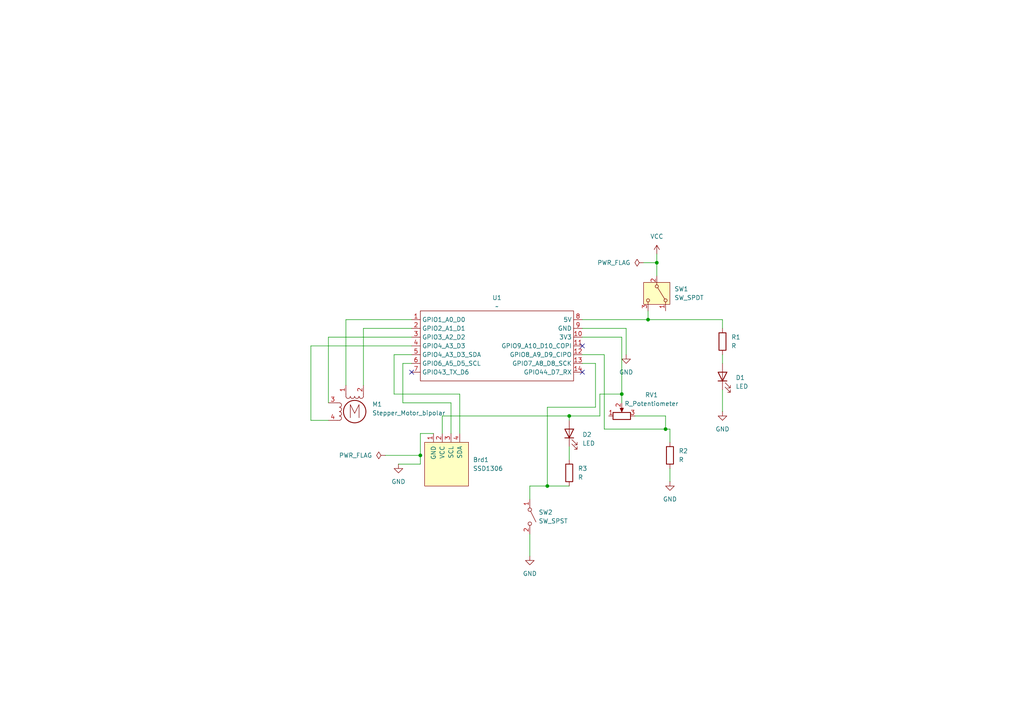
<source format=kicad_sch>
(kicad_sch
	(version 20231120)
	(generator "eeschema")
	(generator_version "8.0")
	(uuid "08093a0a-95d0-4461-8795-c697b32e58b1")
	(paper "A4")
	(title_block
		(title "Sunshine Celebrator_pcb")
		(date "2025-01-28")
		(rev "v1.0")
		(company "Haichao")
	)
	(lib_symbols
		(symbol "Device:LED"
			(pin_numbers hide)
			(pin_names
				(offset 1.016) hide)
			(exclude_from_sim no)
			(in_bom yes)
			(on_board yes)
			(property "Reference" "D"
				(at 0 2.54 0)
				(effects
					(font
						(size 1.27 1.27)
					)
				)
			)
			(property "Value" "LED"
				(at 0 -2.54 0)
				(effects
					(font
						(size 1.27 1.27)
					)
				)
			)
			(property "Footprint" ""
				(at 0 0 0)
				(effects
					(font
						(size 1.27 1.27)
					)
					(hide yes)
				)
			)
			(property "Datasheet" "~"
				(at 0 0 0)
				(effects
					(font
						(size 1.27 1.27)
					)
					(hide yes)
				)
			)
			(property "Description" "Light emitting diode"
				(at 0 0 0)
				(effects
					(font
						(size 1.27 1.27)
					)
					(hide yes)
				)
			)
			(property "ki_keywords" "LED diode"
				(at 0 0 0)
				(effects
					(font
						(size 1.27 1.27)
					)
					(hide yes)
				)
			)
			(property "ki_fp_filters" "LED* LED_SMD:* LED_THT:*"
				(at 0 0 0)
				(effects
					(font
						(size 1.27 1.27)
					)
					(hide yes)
				)
			)
			(symbol "LED_0_1"
				(polyline
					(pts
						(xy -1.27 -1.27) (xy -1.27 1.27)
					)
					(stroke
						(width 0.254)
						(type default)
					)
					(fill
						(type none)
					)
				)
				(polyline
					(pts
						(xy -1.27 0) (xy 1.27 0)
					)
					(stroke
						(width 0)
						(type default)
					)
					(fill
						(type none)
					)
				)
				(polyline
					(pts
						(xy 1.27 -1.27) (xy 1.27 1.27) (xy -1.27 0) (xy 1.27 -1.27)
					)
					(stroke
						(width 0.254)
						(type default)
					)
					(fill
						(type none)
					)
				)
				(polyline
					(pts
						(xy -3.048 -0.762) (xy -4.572 -2.286) (xy -3.81 -2.286) (xy -4.572 -2.286) (xy -4.572 -1.524)
					)
					(stroke
						(width 0)
						(type default)
					)
					(fill
						(type none)
					)
				)
				(polyline
					(pts
						(xy -1.778 -0.762) (xy -3.302 -2.286) (xy -2.54 -2.286) (xy -3.302 -2.286) (xy -3.302 -1.524)
					)
					(stroke
						(width 0)
						(type default)
					)
					(fill
						(type none)
					)
				)
			)
			(symbol "LED_1_1"
				(pin passive line
					(at -3.81 0 0)
					(length 2.54)
					(name "K"
						(effects
							(font
								(size 1.27 1.27)
							)
						)
					)
					(number "1"
						(effects
							(font
								(size 1.27 1.27)
							)
						)
					)
				)
				(pin passive line
					(at 3.81 0 180)
					(length 2.54)
					(name "A"
						(effects
							(font
								(size 1.27 1.27)
							)
						)
					)
					(number "2"
						(effects
							(font
								(size 1.27 1.27)
							)
						)
					)
				)
			)
		)
		(symbol "Device:R"
			(pin_numbers hide)
			(pin_names
				(offset 0)
			)
			(exclude_from_sim no)
			(in_bom yes)
			(on_board yes)
			(property "Reference" "R"
				(at 2.032 0 90)
				(effects
					(font
						(size 1.27 1.27)
					)
				)
			)
			(property "Value" "R"
				(at 0 0 90)
				(effects
					(font
						(size 1.27 1.27)
					)
				)
			)
			(property "Footprint" ""
				(at -1.778 0 90)
				(effects
					(font
						(size 1.27 1.27)
					)
					(hide yes)
				)
			)
			(property "Datasheet" "~"
				(at 0 0 0)
				(effects
					(font
						(size 1.27 1.27)
					)
					(hide yes)
				)
			)
			(property "Description" "Resistor"
				(at 0 0 0)
				(effects
					(font
						(size 1.27 1.27)
					)
					(hide yes)
				)
			)
			(property "ki_keywords" "R res resistor"
				(at 0 0 0)
				(effects
					(font
						(size 1.27 1.27)
					)
					(hide yes)
				)
			)
			(property "ki_fp_filters" "R_*"
				(at 0 0 0)
				(effects
					(font
						(size 1.27 1.27)
					)
					(hide yes)
				)
			)
			(symbol "R_0_1"
				(rectangle
					(start -1.016 -2.54)
					(end 1.016 2.54)
					(stroke
						(width 0.254)
						(type default)
					)
					(fill
						(type none)
					)
				)
			)
			(symbol "R_1_1"
				(pin passive line
					(at 0 3.81 270)
					(length 1.27)
					(name "~"
						(effects
							(font
								(size 1.27 1.27)
							)
						)
					)
					(number "1"
						(effects
							(font
								(size 1.27 1.27)
							)
						)
					)
				)
				(pin passive line
					(at 0 -3.81 90)
					(length 1.27)
					(name "~"
						(effects
							(font
								(size 1.27 1.27)
							)
						)
					)
					(number "2"
						(effects
							(font
								(size 1.27 1.27)
							)
						)
					)
				)
			)
		)
		(symbol "Device:R_Potentiometer"
			(pin_names
				(offset 1.016) hide)
			(exclude_from_sim no)
			(in_bom yes)
			(on_board yes)
			(property "Reference" "RV"
				(at -4.445 0 90)
				(effects
					(font
						(size 1.27 1.27)
					)
				)
			)
			(property "Value" "R_Potentiometer"
				(at -2.54 0 90)
				(effects
					(font
						(size 1.27 1.27)
					)
				)
			)
			(property "Footprint" ""
				(at 0 0 0)
				(effects
					(font
						(size 1.27 1.27)
					)
					(hide yes)
				)
			)
			(property "Datasheet" "~"
				(at 0 0 0)
				(effects
					(font
						(size 1.27 1.27)
					)
					(hide yes)
				)
			)
			(property "Description" "Potentiometer"
				(at 0 0 0)
				(effects
					(font
						(size 1.27 1.27)
					)
					(hide yes)
				)
			)
			(property "ki_keywords" "resistor variable"
				(at 0 0 0)
				(effects
					(font
						(size 1.27 1.27)
					)
					(hide yes)
				)
			)
			(property "ki_fp_filters" "Potentiometer*"
				(at 0 0 0)
				(effects
					(font
						(size 1.27 1.27)
					)
					(hide yes)
				)
			)
			(symbol "R_Potentiometer_0_1"
				(polyline
					(pts
						(xy 2.54 0) (xy 1.524 0)
					)
					(stroke
						(width 0)
						(type default)
					)
					(fill
						(type none)
					)
				)
				(polyline
					(pts
						(xy 1.143 0) (xy 2.286 0.508) (xy 2.286 -0.508) (xy 1.143 0)
					)
					(stroke
						(width 0)
						(type default)
					)
					(fill
						(type outline)
					)
				)
				(rectangle
					(start 1.016 2.54)
					(end -1.016 -2.54)
					(stroke
						(width 0.254)
						(type default)
					)
					(fill
						(type none)
					)
				)
			)
			(symbol "R_Potentiometer_1_1"
				(pin passive line
					(at 0 3.81 270)
					(length 1.27)
					(name "1"
						(effects
							(font
								(size 1.27 1.27)
							)
						)
					)
					(number "1"
						(effects
							(font
								(size 1.27 1.27)
							)
						)
					)
				)
				(pin passive line
					(at 3.81 0 180)
					(length 1.27)
					(name "2"
						(effects
							(font
								(size 1.27 1.27)
							)
						)
					)
					(number "2"
						(effects
							(font
								(size 1.27 1.27)
							)
						)
					)
				)
				(pin passive line
					(at 0 -3.81 90)
					(length 1.27)
					(name "3"
						(effects
							(font
								(size 1.27 1.27)
							)
						)
					)
					(number "3"
						(effects
							(font
								(size 1.27 1.27)
							)
						)
					)
				)
			)
		)
		(symbol "Motor:Stepper_Motor_bipolar"
			(pin_names
				(offset 0) hide)
			(exclude_from_sim no)
			(in_bom yes)
			(on_board yes)
			(property "Reference" "M"
				(at 3.81 2.54 0)
				(effects
					(font
						(size 1.27 1.27)
					)
					(justify left)
				)
			)
			(property "Value" "Stepper_Motor_bipolar"
				(at 3.81 1.27 0)
				(effects
					(font
						(size 1.27 1.27)
					)
					(justify left top)
				)
			)
			(property "Footprint" ""
				(at 0.254 -0.254 0)
				(effects
					(font
						(size 1.27 1.27)
					)
					(hide yes)
				)
			)
			(property "Datasheet" "http://www.infineon.com/dgdl/Application-Note-TLE8110EE_driving_UniPolarStepperMotor_V1.1.pdf?fileId=db3a30431be39b97011be5d0aa0a00b0"
				(at 0.254 -0.254 0)
				(effects
					(font
						(size 1.27 1.27)
					)
					(hide yes)
				)
			)
			(property "Description" "4-wire bipolar stepper motor"
				(at 0 0 0)
				(effects
					(font
						(size 1.27 1.27)
					)
					(hide yes)
				)
			)
			(property "ki_keywords" "bipolar stepper motor"
				(at 0 0 0)
				(effects
					(font
						(size 1.27 1.27)
					)
					(hide yes)
				)
			)
			(property "ki_fp_filters" "PinHeader*P2.54mm*Vertical* TerminalBlock* Motor*"
				(at 0 0 0)
				(effects
					(font
						(size 1.27 1.27)
					)
					(hide yes)
				)
			)
			(symbol "Stepper_Motor_bipolar_0_0"
				(polyline
					(pts
						(xy -1.27 -1.778) (xy -1.27 2.032) (xy 0 -0.508) (xy 1.27 2.032) (xy 1.27 -1.778)
					)
					(stroke
						(width 0)
						(type default)
					)
					(fill
						(type none)
					)
				)
			)
			(symbol "Stepper_Motor_bipolar_0_1"
				(arc
					(start -4.445 -2.54)
					(mid -3.8127 -1.905)
					(end -4.445 -1.27)
					(stroke
						(width 0)
						(type default)
					)
					(fill
						(type none)
					)
				)
				(arc
					(start -4.445 -1.27)
					(mid -3.8127 -0.635)
					(end -4.445 0)
					(stroke
						(width 0)
						(type default)
					)
					(fill
						(type none)
					)
				)
				(arc
					(start -4.445 0)
					(mid -3.8127 0.635)
					(end -4.445 1.27)
					(stroke
						(width 0)
						(type default)
					)
					(fill
						(type none)
					)
				)
				(arc
					(start -4.445 1.27)
					(mid -3.8127 1.905)
					(end -4.445 2.54)
					(stroke
						(width 0)
						(type default)
					)
					(fill
						(type none)
					)
				)
				(arc
					(start -2.54 4.445)
					(mid -1.905 3.8127)
					(end -1.27 4.445)
					(stroke
						(width 0)
						(type default)
					)
					(fill
						(type none)
					)
				)
				(arc
					(start -1.27 4.445)
					(mid -0.635 3.8127)
					(end 0 4.445)
					(stroke
						(width 0)
						(type default)
					)
					(fill
						(type none)
					)
				)
				(polyline
					(pts
						(xy -5.08 -2.54) (xy -4.445 -2.54)
					)
					(stroke
						(width 0)
						(type default)
					)
					(fill
						(type none)
					)
				)
				(polyline
					(pts
						(xy -5.08 2.54) (xy -4.445 2.54)
					)
					(stroke
						(width 0)
						(type default)
					)
					(fill
						(type none)
					)
				)
				(polyline
					(pts
						(xy -2.54 5.08) (xy -2.54 4.445)
					)
					(stroke
						(width 0)
						(type default)
					)
					(fill
						(type none)
					)
				)
				(polyline
					(pts
						(xy 2.54 5.08) (xy 2.54 4.445)
					)
					(stroke
						(width 0)
						(type default)
					)
					(fill
						(type none)
					)
				)
				(circle
					(center 0 0)
					(radius 3.2512)
					(stroke
						(width 0.254)
						(type default)
					)
					(fill
						(type none)
					)
				)
				(arc
					(start 0 4.445)
					(mid 0.635 3.8127)
					(end 1.27 4.445)
					(stroke
						(width 0)
						(type default)
					)
					(fill
						(type none)
					)
				)
				(arc
					(start 1.27 4.445)
					(mid 1.905 3.8127)
					(end 2.54 4.445)
					(stroke
						(width 0)
						(type default)
					)
					(fill
						(type none)
					)
				)
			)
			(symbol "Stepper_Motor_bipolar_1_1"
				(pin passive line
					(at -2.54 7.62 270)
					(length 2.54)
					(name "~"
						(effects
							(font
								(size 1.27 1.27)
							)
						)
					)
					(number "1"
						(effects
							(font
								(size 1.27 1.27)
							)
						)
					)
				)
				(pin passive line
					(at 2.54 7.62 270)
					(length 2.54)
					(name "-"
						(effects
							(font
								(size 1.27 1.27)
							)
						)
					)
					(number "2"
						(effects
							(font
								(size 1.27 1.27)
							)
						)
					)
				)
				(pin passive line
					(at -7.62 2.54 0)
					(length 2.54)
					(name "~"
						(effects
							(font
								(size 1.27 1.27)
							)
						)
					)
					(number "3"
						(effects
							(font
								(size 1.27 1.27)
							)
						)
					)
				)
				(pin passive line
					(at -7.62 -2.54 0)
					(length 2.54)
					(name "~"
						(effects
							(font
								(size 1.27 1.27)
							)
						)
					)
					(number "4"
						(effects
							(font
								(size 1.27 1.27)
							)
						)
					)
				)
			)
		)
		(symbol "SSD1306-128x64_OLED:SSD1306"
			(pin_names
				(offset 1.016)
			)
			(exclude_from_sim no)
			(in_bom yes)
			(on_board yes)
			(property "Reference" "Brd"
				(at 0 -3.81 0)
				(effects
					(font
						(size 1.27 1.27)
					)
				)
			)
			(property "Value" "SSD1306"
				(at 0 -1.27 0)
				(effects
					(font
						(size 1.27 1.27)
					)
				)
			)
			(property "Footprint" ""
				(at 0 6.35 0)
				(effects
					(font
						(size 1.27 1.27)
					)
					(hide yes)
				)
			)
			(property "Datasheet" ""
				(at 0 6.35 0)
				(effects
					(font
						(size 1.27 1.27)
					)
					(hide yes)
				)
			)
			(property "Description" ""
				(at 0 0 0)
				(effects
					(font
						(size 1.27 1.27)
					)
					(hide yes)
				)
			)
			(property "ki_fp_filters" "SSD1306-128x64_OLED:SSD1306"
				(at 0 0 0)
				(effects
					(font
						(size 1.27 1.27)
					)
					(hide yes)
				)
			)
			(symbol "SSD1306_0_1"
				(rectangle
					(start -6.35 6.35)
					(end 6.35 -6.35)
					(stroke
						(width 0)
						(type solid)
					)
					(fill
						(type background)
					)
				)
			)
			(symbol "SSD1306_1_1"
				(pin input line
					(at -3.81 8.89 270)
					(length 2.54)
					(name "GND"
						(effects
							(font
								(size 1.27 1.27)
							)
						)
					)
					(number "1"
						(effects
							(font
								(size 1.27 1.27)
							)
						)
					)
				)
				(pin input line
					(at -1.27 8.89 270)
					(length 2.54)
					(name "VCC"
						(effects
							(font
								(size 1.27 1.27)
							)
						)
					)
					(number "2"
						(effects
							(font
								(size 1.27 1.27)
							)
						)
					)
				)
				(pin input line
					(at 1.27 8.89 270)
					(length 2.54)
					(name "SCL"
						(effects
							(font
								(size 1.27 1.27)
							)
						)
					)
					(number "3"
						(effects
							(font
								(size 1.27 1.27)
							)
						)
					)
				)
				(pin input line
					(at 3.81 8.89 270)
					(length 2.54)
					(name "SDA"
						(effects
							(font
								(size 1.27 1.27)
							)
						)
					)
					(number "4"
						(effects
							(font
								(size 1.27 1.27)
							)
						)
					)
				)
			)
		)
		(symbol "Switch:SW_SPDT"
			(pin_names
				(offset 0) hide)
			(exclude_from_sim no)
			(in_bom yes)
			(on_board yes)
			(property "Reference" "SW"
				(at 0 5.08 0)
				(effects
					(font
						(size 1.27 1.27)
					)
				)
			)
			(property "Value" "SW_SPDT"
				(at 0 -5.08 0)
				(effects
					(font
						(size 1.27 1.27)
					)
				)
			)
			(property "Footprint" ""
				(at 0 0 0)
				(effects
					(font
						(size 1.27 1.27)
					)
					(hide yes)
				)
			)
			(property "Datasheet" "~"
				(at 0 -7.62 0)
				(effects
					(font
						(size 1.27 1.27)
					)
					(hide yes)
				)
			)
			(property "Description" "Switch, single pole double throw"
				(at 0 0 0)
				(effects
					(font
						(size 1.27 1.27)
					)
					(hide yes)
				)
			)
			(property "ki_keywords" "switch single-pole double-throw spdt ON-ON"
				(at 0 0 0)
				(effects
					(font
						(size 1.27 1.27)
					)
					(hide yes)
				)
			)
			(symbol "SW_SPDT_0_1"
				(circle
					(center -2.032 0)
					(radius 0.4572)
					(stroke
						(width 0)
						(type default)
					)
					(fill
						(type none)
					)
				)
				(polyline
					(pts
						(xy -1.651 0.254) (xy 1.651 2.286)
					)
					(stroke
						(width 0)
						(type default)
					)
					(fill
						(type none)
					)
				)
				(circle
					(center 2.032 -2.54)
					(radius 0.4572)
					(stroke
						(width 0)
						(type default)
					)
					(fill
						(type none)
					)
				)
				(circle
					(center 2.032 2.54)
					(radius 0.4572)
					(stroke
						(width 0)
						(type default)
					)
					(fill
						(type none)
					)
				)
			)
			(symbol "SW_SPDT_1_1"
				(rectangle
					(start -3.175 3.81)
					(end 3.175 -3.81)
					(stroke
						(width 0)
						(type default)
					)
					(fill
						(type background)
					)
				)
				(pin passive line
					(at 5.08 2.54 180)
					(length 2.54)
					(name "A"
						(effects
							(font
								(size 1.27 1.27)
							)
						)
					)
					(number "1"
						(effects
							(font
								(size 1.27 1.27)
							)
						)
					)
				)
				(pin passive line
					(at -5.08 0 0)
					(length 2.54)
					(name "B"
						(effects
							(font
								(size 1.27 1.27)
							)
						)
					)
					(number "2"
						(effects
							(font
								(size 1.27 1.27)
							)
						)
					)
				)
				(pin passive line
					(at 5.08 -2.54 180)
					(length 2.54)
					(name "C"
						(effects
							(font
								(size 1.27 1.27)
							)
						)
					)
					(number "3"
						(effects
							(font
								(size 1.27 1.27)
							)
						)
					)
				)
			)
		)
		(symbol "Switch:SW_SPST"
			(pin_names
				(offset 0) hide)
			(exclude_from_sim no)
			(in_bom yes)
			(on_board yes)
			(property "Reference" "SW"
				(at 0 3.175 0)
				(effects
					(font
						(size 1.27 1.27)
					)
				)
			)
			(property "Value" "SW_SPST"
				(at 0 -2.54 0)
				(effects
					(font
						(size 1.27 1.27)
					)
				)
			)
			(property "Footprint" ""
				(at 0 0 0)
				(effects
					(font
						(size 1.27 1.27)
					)
					(hide yes)
				)
			)
			(property "Datasheet" "~"
				(at 0 0 0)
				(effects
					(font
						(size 1.27 1.27)
					)
					(hide yes)
				)
			)
			(property "Description" "Single Pole Single Throw (SPST) switch"
				(at 0 0 0)
				(effects
					(font
						(size 1.27 1.27)
					)
					(hide yes)
				)
			)
			(property "ki_keywords" "switch lever"
				(at 0 0 0)
				(effects
					(font
						(size 1.27 1.27)
					)
					(hide yes)
				)
			)
			(symbol "SW_SPST_0_0"
				(circle
					(center -2.032 0)
					(radius 0.508)
					(stroke
						(width 0)
						(type default)
					)
					(fill
						(type none)
					)
				)
				(polyline
					(pts
						(xy -1.524 0.254) (xy 1.524 1.778)
					)
					(stroke
						(width 0)
						(type default)
					)
					(fill
						(type none)
					)
				)
				(circle
					(center 2.032 0)
					(radius 0.508)
					(stroke
						(width 0)
						(type default)
					)
					(fill
						(type none)
					)
				)
			)
			(symbol "SW_SPST_1_1"
				(pin passive line
					(at -5.08 0 0)
					(length 2.54)
					(name "A"
						(effects
							(font
								(size 1.27 1.27)
							)
						)
					)
					(number "1"
						(effects
							(font
								(size 1.27 1.27)
							)
						)
					)
				)
				(pin passive line
					(at 5.08 0 180)
					(length 2.54)
					(name "B"
						(effects
							(font
								(size 1.27 1.27)
							)
						)
					)
					(number "2"
						(effects
							(font
								(size 1.27 1.27)
							)
						)
					)
				)
			)
		)
		(symbol "Xiao_demo:XIAO_ESP32_SENSE"
			(exclude_from_sim no)
			(in_bom yes)
			(on_board yes)
			(property "Reference" "U"
				(at 0 0 0)
				(effects
					(font
						(size 1.27 1.27)
					)
				)
			)
			(property "Value" ""
				(at 0 0 0)
				(effects
					(font
						(size 1.27 1.27)
					)
				)
			)
			(property "Footprint" ""
				(at 0 0 0)
				(effects
					(font
						(size 1.27 1.27)
					)
					(hide yes)
				)
			)
			(property "Datasheet" ""
				(at 0 0 0)
				(effects
					(font
						(size 1.27 1.27)
					)
					(hide yes)
				)
			)
			(property "Description" ""
				(at 0 0 0)
				(effects
					(font
						(size 1.27 1.27)
					)
					(hide yes)
				)
			)
			(symbol "XIAO_ESP32_SENSE_0_1"
				(polyline
					(pts
						(xy -20.32 8.89) (xy -20.32 -11.43) (xy 24.13 -11.43) (xy 24.13 8.89) (xy -20.32 8.89)
					)
					(stroke
						(width 0)
						(type default)
					)
					(fill
						(type none)
					)
				)
			)
			(symbol "XIAO_ESP32_SENSE_1_1"
				(pin bidirectional line
					(at -22.86 6.35 0)
					(length 2.54)
					(name "GPIO1_A0_D0"
						(effects
							(font
								(size 1.27 1.27)
							)
						)
					)
					(number "1"
						(effects
							(font
								(size 1.27 1.27)
							)
						)
					)
				)
				(pin bidirectional line
					(at 26.67 1.27 180)
					(length 2.54)
					(name "3V3"
						(effects
							(font
								(size 1.27 1.27)
							)
						)
					)
					(number "10"
						(effects
							(font
								(size 1.27 1.27)
							)
						)
					)
				)
				(pin bidirectional line
					(at 26.67 -1.27 180)
					(length 2.54)
					(name "GPIO9_A10_D10_COPI"
						(effects
							(font
								(size 1.27 1.27)
							)
						)
					)
					(number "11"
						(effects
							(font
								(size 1.27 1.27)
							)
						)
					)
				)
				(pin bidirectional line
					(at 26.67 -3.81 180)
					(length 2.54)
					(name "GPIO8_A9_D9_CIPO"
						(effects
							(font
								(size 1.27 1.27)
							)
						)
					)
					(number "12"
						(effects
							(font
								(size 1.27 1.27)
							)
						)
					)
				)
				(pin bidirectional line
					(at 26.67 -6.35 180)
					(length 2.54)
					(name "GPIO7_A8_D8_SCK"
						(effects
							(font
								(size 1.27 1.27)
							)
						)
					)
					(number "13"
						(effects
							(font
								(size 1.27 1.27)
							)
						)
					)
				)
				(pin bidirectional line
					(at 26.67 -8.89 180)
					(length 2.54)
					(name "GPIO44_D7_RX"
						(effects
							(font
								(size 1.27 1.27)
							)
						)
					)
					(number "14"
						(effects
							(font
								(size 1.27 1.27)
							)
						)
					)
				)
				(pin bidirectional line
					(at -22.86 3.81 0)
					(length 2.54)
					(name "GPIO2_A1_D1"
						(effects
							(font
								(size 1.27 1.27)
							)
						)
					)
					(number "2"
						(effects
							(font
								(size 1.27 1.27)
							)
						)
					)
				)
				(pin bidirectional line
					(at -22.86 1.27 0)
					(length 2.54)
					(name "GPIO3_A2_D2"
						(effects
							(font
								(size 1.27 1.27)
							)
						)
					)
					(number "3"
						(effects
							(font
								(size 1.27 1.27)
							)
						)
					)
				)
				(pin bidirectional line
					(at -22.86 -1.27 0)
					(length 2.54)
					(name "GPIO4_A3_D3"
						(effects
							(font
								(size 1.27 1.27)
							)
						)
					)
					(number "4"
						(effects
							(font
								(size 1.27 1.27)
							)
						)
					)
				)
				(pin bidirectional line
					(at -22.86 -3.81 0)
					(length 2.54)
					(name "GPIO4_A3_D3_SDA"
						(effects
							(font
								(size 1.27 1.27)
							)
						)
					)
					(number "5"
						(effects
							(font
								(size 1.27 1.27)
							)
						)
					)
				)
				(pin bidirectional line
					(at -22.86 -6.35 0)
					(length 2.54)
					(name "GPIO6_A5_D5_SCL"
						(effects
							(font
								(size 1.27 1.27)
							)
						)
					)
					(number "6"
						(effects
							(font
								(size 1.27 1.27)
							)
						)
					)
				)
				(pin bidirectional line
					(at -22.86 -8.89 0)
					(length 2.54)
					(name "GPIO43_TX_D6"
						(effects
							(font
								(size 1.27 1.27)
							)
						)
					)
					(number "7"
						(effects
							(font
								(size 1.27 1.27)
							)
						)
					)
				)
				(pin bidirectional line
					(at 26.67 6.35 180)
					(length 2.54)
					(name "5V"
						(effects
							(font
								(size 1.27 1.27)
							)
						)
					)
					(number "8"
						(effects
							(font
								(size 1.27 1.27)
							)
						)
					)
				)
				(pin bidirectional line
					(at 26.67 3.81 180)
					(length 2.54)
					(name "GND"
						(effects
							(font
								(size 1.27 1.27)
							)
						)
					)
					(number "9"
						(effects
							(font
								(size 1.27 1.27)
							)
						)
					)
				)
			)
		)
		(symbol "power:GND"
			(power)
			(pin_numbers hide)
			(pin_names
				(offset 0) hide)
			(exclude_from_sim no)
			(in_bom yes)
			(on_board yes)
			(property "Reference" "#PWR"
				(at 0 -6.35 0)
				(effects
					(font
						(size 1.27 1.27)
					)
					(hide yes)
				)
			)
			(property "Value" "GND"
				(at 0 -3.81 0)
				(effects
					(font
						(size 1.27 1.27)
					)
				)
			)
			(property "Footprint" ""
				(at 0 0 0)
				(effects
					(font
						(size 1.27 1.27)
					)
					(hide yes)
				)
			)
			(property "Datasheet" ""
				(at 0 0 0)
				(effects
					(font
						(size 1.27 1.27)
					)
					(hide yes)
				)
			)
			(property "Description" "Power symbol creates a global label with name \"GND\" , ground"
				(at 0 0 0)
				(effects
					(font
						(size 1.27 1.27)
					)
					(hide yes)
				)
			)
			(property "ki_keywords" "global power"
				(at 0 0 0)
				(effects
					(font
						(size 1.27 1.27)
					)
					(hide yes)
				)
			)
			(symbol "GND_0_1"
				(polyline
					(pts
						(xy 0 0) (xy 0 -1.27) (xy 1.27 -1.27) (xy 0 -2.54) (xy -1.27 -1.27) (xy 0 -1.27)
					)
					(stroke
						(width 0)
						(type default)
					)
					(fill
						(type none)
					)
				)
			)
			(symbol "GND_1_1"
				(pin power_in line
					(at 0 0 270)
					(length 0)
					(name "~"
						(effects
							(font
								(size 1.27 1.27)
							)
						)
					)
					(number "1"
						(effects
							(font
								(size 1.27 1.27)
							)
						)
					)
				)
			)
		)
		(symbol "power:PWR_FLAG"
			(power)
			(pin_numbers hide)
			(pin_names
				(offset 0) hide)
			(exclude_from_sim no)
			(in_bom yes)
			(on_board yes)
			(property "Reference" "#FLG"
				(at 0 1.905 0)
				(effects
					(font
						(size 1.27 1.27)
					)
					(hide yes)
				)
			)
			(property "Value" "PWR_FLAG"
				(at 0 3.81 0)
				(effects
					(font
						(size 1.27 1.27)
					)
				)
			)
			(property "Footprint" ""
				(at 0 0 0)
				(effects
					(font
						(size 1.27 1.27)
					)
					(hide yes)
				)
			)
			(property "Datasheet" "~"
				(at 0 0 0)
				(effects
					(font
						(size 1.27 1.27)
					)
					(hide yes)
				)
			)
			(property "Description" "Special symbol for telling ERC where power comes from"
				(at 0 0 0)
				(effects
					(font
						(size 1.27 1.27)
					)
					(hide yes)
				)
			)
			(property "ki_keywords" "flag power"
				(at 0 0 0)
				(effects
					(font
						(size 1.27 1.27)
					)
					(hide yes)
				)
			)
			(symbol "PWR_FLAG_0_0"
				(pin power_out line
					(at 0 0 90)
					(length 0)
					(name "~"
						(effects
							(font
								(size 1.27 1.27)
							)
						)
					)
					(number "1"
						(effects
							(font
								(size 1.27 1.27)
							)
						)
					)
				)
			)
			(symbol "PWR_FLAG_0_1"
				(polyline
					(pts
						(xy 0 0) (xy 0 1.27) (xy -1.016 1.905) (xy 0 2.54) (xy 1.016 1.905) (xy 0 1.27)
					)
					(stroke
						(width 0)
						(type default)
					)
					(fill
						(type none)
					)
				)
			)
		)
		(symbol "power:VCC"
			(power)
			(pin_numbers hide)
			(pin_names
				(offset 0) hide)
			(exclude_from_sim no)
			(in_bom yes)
			(on_board yes)
			(property "Reference" "#PWR"
				(at 0 -3.81 0)
				(effects
					(font
						(size 1.27 1.27)
					)
					(hide yes)
				)
			)
			(property "Value" "VCC"
				(at 0 3.556 0)
				(effects
					(font
						(size 1.27 1.27)
					)
				)
			)
			(property "Footprint" ""
				(at 0 0 0)
				(effects
					(font
						(size 1.27 1.27)
					)
					(hide yes)
				)
			)
			(property "Datasheet" ""
				(at 0 0 0)
				(effects
					(font
						(size 1.27 1.27)
					)
					(hide yes)
				)
			)
			(property "Description" "Power symbol creates a global label with name \"VCC\""
				(at 0 0 0)
				(effects
					(font
						(size 1.27 1.27)
					)
					(hide yes)
				)
			)
			(property "ki_keywords" "global power"
				(at 0 0 0)
				(effects
					(font
						(size 1.27 1.27)
					)
					(hide yes)
				)
			)
			(symbol "VCC_0_1"
				(polyline
					(pts
						(xy -0.762 1.27) (xy 0 2.54)
					)
					(stroke
						(width 0)
						(type default)
					)
					(fill
						(type none)
					)
				)
				(polyline
					(pts
						(xy 0 0) (xy 0 2.54)
					)
					(stroke
						(width 0)
						(type default)
					)
					(fill
						(type none)
					)
				)
				(polyline
					(pts
						(xy 0 2.54) (xy 0.762 1.27)
					)
					(stroke
						(width 0)
						(type default)
					)
					(fill
						(type none)
					)
				)
			)
			(symbol "VCC_1_1"
				(pin power_in line
					(at 0 0 90)
					(length 0)
					(name "~"
						(effects
							(font
								(size 1.27 1.27)
							)
						)
					)
					(number "1"
						(effects
							(font
								(size 1.27 1.27)
							)
						)
					)
				)
			)
		)
	)
	(junction
		(at 165.1 120.65)
		(diameter 0)
		(color 0 0 0 0)
		(uuid "27675354-209d-4588-bbd5-6581ba428054")
	)
	(junction
		(at 180.34 114.3)
		(diameter 0)
		(color 0 0 0 0)
		(uuid "7601225d-1462-4ba3-a664-7c939ba0d48f")
	)
	(junction
		(at 158.75 140.97)
		(diameter 0)
		(color 0 0 0 0)
		(uuid "794e147f-75e4-48a1-acf7-cad7b39e5347")
	)
	(junction
		(at 193.04 124.46)
		(diameter 0)
		(color 0 0 0 0)
		(uuid "7a226612-e21b-487a-b2ce-196ed4aba0ac")
	)
	(junction
		(at 190.5 76.2)
		(diameter 0)
		(color 0 0 0 0)
		(uuid "a36d8381-6e6c-494a-98cf-b47abcf2533c")
	)
	(junction
		(at 121.92 132.08)
		(diameter 0)
		(color 0 0 0 0)
		(uuid "bfd48bf3-506c-48da-a16c-a08c4881338d")
	)
	(junction
		(at 187.96 92.71)
		(diameter 0)
		(color 0 0 0 0)
		(uuid "d4209f1f-9d40-4d40-9433-c0af9a305f2e")
	)
	(no_connect
		(at 168.91 100.33)
		(uuid "256bc50a-1bf6-4778-8c37-eaf11b1b5bea")
	)
	(no_connect
		(at 168.91 107.95)
		(uuid "30aab382-532d-443c-a65c-d55f8cdd1e0a")
	)
	(no_connect
		(at 119.38 107.95)
		(uuid "5f1d11b6-d2ea-4a4f-947a-d1a6f4f22419")
	)
	(wire
		(pts
			(xy 119.38 105.41) (xy 116.84 105.41)
		)
		(stroke
			(width 0)
			(type default)
		)
		(uuid "053f481a-e602-430a-a105-f3d642347cee")
	)
	(wire
		(pts
			(xy 121.92 132.08) (xy 121.92 134.62)
		)
		(stroke
			(width 0)
			(type default)
		)
		(uuid "0ab81c39-a2aa-4c4f-af6e-f0454c53b9f8")
	)
	(wire
		(pts
			(xy 119.38 95.25) (xy 105.41 95.25)
		)
		(stroke
			(width 0)
			(type default)
		)
		(uuid "0f289096-e82f-413c-9b86-a8c0f2c33bae")
	)
	(wire
		(pts
			(xy 180.34 97.79) (xy 180.34 114.3)
		)
		(stroke
			(width 0)
			(type default)
		)
		(uuid "0fbfec7b-cb78-4531-a00c-07b56d4357f8")
	)
	(wire
		(pts
			(xy 172.72 105.41) (xy 172.72 118.11)
		)
		(stroke
			(width 0)
			(type default)
		)
		(uuid "14942807-8e62-4739-b1c9-33e1118bba01")
	)
	(wire
		(pts
			(xy 165.1 129.54) (xy 165.1 133.35)
		)
		(stroke
			(width 0)
			(type default)
		)
		(uuid "17a8f1e1-0f1a-4216-b143-a2fdcb954a57")
	)
	(wire
		(pts
			(xy 187.96 92.71) (xy 209.55 92.71)
		)
		(stroke
			(width 0)
			(type default)
		)
		(uuid "18e094cd-e3ec-4c91-a7d8-afcc3bcd7981")
	)
	(wire
		(pts
			(xy 172.72 118.11) (xy 158.75 118.11)
		)
		(stroke
			(width 0)
			(type default)
		)
		(uuid "1f7d5dca-19ef-4243-8c1a-0a1647cae509")
	)
	(wire
		(pts
			(xy 209.55 113.03) (xy 209.55 119.38)
		)
		(stroke
			(width 0)
			(type default)
		)
		(uuid "215e6795-db13-4b3e-91bd-dcf1f2d00dbb")
	)
	(wire
		(pts
			(xy 209.55 95.25) (xy 209.55 92.71)
		)
		(stroke
			(width 0)
			(type default)
		)
		(uuid "2430933a-6bc1-44ec-8057-b82279ee06a9")
	)
	(wire
		(pts
			(xy 90.17 121.92) (xy 90.17 100.33)
		)
		(stroke
			(width 0)
			(type default)
		)
		(uuid "245f884b-565d-4a85-9d95-89cddd2a567b")
	)
	(wire
		(pts
			(xy 158.75 118.11) (xy 158.75 140.97)
		)
		(stroke
			(width 0)
			(type default)
		)
		(uuid "262190a6-ea63-4474-a56d-56331ecd5901")
	)
	(wire
		(pts
			(xy 116.84 116.84) (xy 130.81 116.84)
		)
		(stroke
			(width 0)
			(type default)
		)
		(uuid "28652473-9413-4605-99c8-837579cba1c4")
	)
	(wire
		(pts
			(xy 180.34 114.3) (xy 180.34 116.84)
		)
		(stroke
			(width 0)
			(type default)
		)
		(uuid "294f6f8f-18b7-4a6e-9728-64c69f5bffcf")
	)
	(wire
		(pts
			(xy 130.81 116.84) (xy 130.81 125.73)
		)
		(stroke
			(width 0)
			(type default)
		)
		(uuid "2c97c13f-d97b-413d-bb3e-c4536a830e09")
	)
	(wire
		(pts
			(xy 168.91 97.79) (xy 180.34 97.79)
		)
		(stroke
			(width 0)
			(type default)
		)
		(uuid "3068a9df-f468-4fb9-bdea-8c4ecb772563")
	)
	(wire
		(pts
			(xy 116.84 105.41) (xy 116.84 116.84)
		)
		(stroke
			(width 0)
			(type default)
		)
		(uuid "341ae60c-2999-4386-86ef-4f18ff52f59f")
	)
	(wire
		(pts
			(xy 119.38 97.79) (xy 95.25 97.79)
		)
		(stroke
			(width 0)
			(type default)
		)
		(uuid "34301b6b-7455-433e-a0de-96779945ac10")
	)
	(wire
		(pts
			(xy 133.35 114.3) (xy 133.35 125.73)
		)
		(stroke
			(width 0)
			(type default)
		)
		(uuid "3c67c759-2e76-4372-856a-93468009ace4")
	)
	(wire
		(pts
			(xy 209.55 102.87) (xy 209.55 105.41)
		)
		(stroke
			(width 0)
			(type default)
		)
		(uuid "3e0ddb7c-1776-4d75-91e4-0f940477786d")
	)
	(wire
		(pts
			(xy 175.26 124.46) (xy 193.04 124.46)
		)
		(stroke
			(width 0)
			(type default)
		)
		(uuid "44382c55-7510-4037-b9df-b733e3c8bbdd")
	)
	(wire
		(pts
			(xy 100.33 92.71) (xy 100.33 111.76)
		)
		(stroke
			(width 0)
			(type default)
		)
		(uuid "4597a4bf-e75f-4951-a955-aa31f90c757c")
	)
	(wire
		(pts
			(xy 193.04 124.46) (xy 194.31 124.46)
		)
		(stroke
			(width 0)
			(type default)
		)
		(uuid "465ac0ee-96f1-4d8a-a5b0-e2bc9750c7e4")
	)
	(wire
		(pts
			(xy 190.5 76.2) (xy 190.5 80.01)
		)
		(stroke
			(width 0)
			(type default)
		)
		(uuid "4ab8e4f5-d5ad-44e2-ab1a-1fcacf2b6630")
	)
	(wire
		(pts
			(xy 128.27 120.65) (xy 128.27 125.73)
		)
		(stroke
			(width 0)
			(type default)
		)
		(uuid "4bea49c6-648a-4f22-9db8-d3f02330fb4e")
	)
	(wire
		(pts
			(xy 168.91 95.25) (xy 181.61 95.25)
		)
		(stroke
			(width 0)
			(type default)
		)
		(uuid "4e08e4b1-3331-4c61-84cf-b014fb9ce14e")
	)
	(wire
		(pts
			(xy 194.31 124.46) (xy 194.31 128.27)
		)
		(stroke
			(width 0)
			(type default)
		)
		(uuid "5d53c18b-24be-4ae7-86ce-64670e739bfb")
	)
	(wire
		(pts
			(xy 190.5 73.66) (xy 190.5 76.2)
		)
		(stroke
			(width 0)
			(type default)
		)
		(uuid "63ad6f4d-c392-4b24-a310-c7b9b90a81e3")
	)
	(wire
		(pts
			(xy 119.38 92.71) (xy 100.33 92.71)
		)
		(stroke
			(width 0)
			(type default)
		)
		(uuid "681372a9-5bb6-4360-b946-c2ddb6f73405")
	)
	(wire
		(pts
			(xy 121.92 134.62) (xy 115.57 134.62)
		)
		(stroke
			(width 0)
			(type default)
		)
		(uuid "6a89537d-e35b-4ac8-94e6-c84a479890c3")
	)
	(wire
		(pts
			(xy 187.96 92.71) (xy 187.96 90.17)
		)
		(stroke
			(width 0)
			(type default)
		)
		(uuid "72a69d8f-e175-43aa-9694-a77dc4c430b3")
	)
	(wire
		(pts
			(xy 168.91 105.41) (xy 172.72 105.41)
		)
		(stroke
			(width 0)
			(type default)
		)
		(uuid "7463766d-ee88-454c-8b2b-2421071c859f")
	)
	(wire
		(pts
			(xy 194.31 135.89) (xy 194.31 139.7)
		)
		(stroke
			(width 0)
			(type default)
		)
		(uuid "782c4fae-ca57-4315-804e-3aca9904c773")
	)
	(wire
		(pts
			(xy 180.34 114.3) (xy 173.99 114.3)
		)
		(stroke
			(width 0)
			(type default)
		)
		(uuid "799a26e1-031c-4d0c-832b-1e228f76dd5f")
	)
	(wire
		(pts
			(xy 121.92 125.73) (xy 121.92 132.08)
		)
		(stroke
			(width 0)
			(type default)
		)
		(uuid "91a1a73c-6681-481b-ab24-64a27ca0e737")
	)
	(wire
		(pts
			(xy 105.41 95.25) (xy 105.41 111.76)
		)
		(stroke
			(width 0)
			(type default)
		)
		(uuid "9bfb89ae-a280-489d-b997-7c6958d31886")
	)
	(wire
		(pts
			(xy 168.91 102.87) (xy 175.26 102.87)
		)
		(stroke
			(width 0)
			(type default)
		)
		(uuid "9f74928f-ccdb-4d5b-8d75-74dde59134ce")
	)
	(wire
		(pts
			(xy 181.61 95.25) (xy 181.61 102.87)
		)
		(stroke
			(width 0)
			(type default)
		)
		(uuid "aaa9c2a8-9283-4beb-ae52-8a91021826c9")
	)
	(wire
		(pts
			(xy 153.67 154.94) (xy 153.67 161.29)
		)
		(stroke
			(width 0)
			(type default)
		)
		(uuid "abc27917-e220-404e-98d3-905b9d3783f7")
	)
	(wire
		(pts
			(xy 90.17 100.33) (xy 119.38 100.33)
		)
		(stroke
			(width 0)
			(type default)
		)
		(uuid "ac9ebf29-065f-4fe7-b4da-1e67f81a7573")
	)
	(wire
		(pts
			(xy 114.3 114.3) (xy 133.35 114.3)
		)
		(stroke
			(width 0)
			(type default)
		)
		(uuid "ae2d22ac-8ad5-49fa-801b-e569157ae3ff")
	)
	(wire
		(pts
			(xy 95.25 97.79) (xy 95.25 116.84)
		)
		(stroke
			(width 0)
			(type default)
		)
		(uuid "b350e006-7a98-43d5-bae6-ee519aa1d09f")
	)
	(wire
		(pts
			(xy 114.3 102.87) (xy 114.3 114.3)
		)
		(stroke
			(width 0)
			(type default)
		)
		(uuid "b45a12ac-5f39-4dae-b5ef-d5efa3968a05")
	)
	(wire
		(pts
			(xy 119.38 102.87) (xy 114.3 102.87)
		)
		(stroke
			(width 0)
			(type default)
		)
		(uuid "b6628dfd-32c6-4e27-ad7f-ce48f3d79de5")
	)
	(wire
		(pts
			(xy 175.26 102.87) (xy 175.26 124.46)
		)
		(stroke
			(width 0)
			(type default)
		)
		(uuid "b7be79ac-e5dc-486a-a13a-f798eeb19677")
	)
	(wire
		(pts
			(xy 111.76 132.08) (xy 121.92 132.08)
		)
		(stroke
			(width 0)
			(type default)
		)
		(uuid "b990db08-5010-4234-af30-39ce56689846")
	)
	(wire
		(pts
			(xy 173.99 114.3) (xy 173.99 120.65)
		)
		(stroke
			(width 0)
			(type default)
		)
		(uuid "bbf2dfcb-a572-4726-9e17-3cd1fbbf1750")
	)
	(wire
		(pts
			(xy 173.99 120.65) (xy 165.1 120.65)
		)
		(stroke
			(width 0)
			(type default)
		)
		(uuid "be7d1fc2-4ed3-4671-8b6d-801a3e4d1fc4")
	)
	(wire
		(pts
			(xy 125.73 125.73) (xy 121.92 125.73)
		)
		(stroke
			(width 0)
			(type default)
		)
		(uuid "c649b663-9a7d-49d7-8856-92805497edd1")
	)
	(wire
		(pts
			(xy 184.15 120.65) (xy 193.04 120.65)
		)
		(stroke
			(width 0)
			(type default)
		)
		(uuid "c9e9dd8d-5ec7-4d5c-8eb2-327d54a889fb")
	)
	(wire
		(pts
			(xy 168.91 92.71) (xy 187.96 92.71)
		)
		(stroke
			(width 0)
			(type default)
		)
		(uuid "cc1a0158-69f8-45af-96d5-f0fef12d5eff")
	)
	(wire
		(pts
			(xy 165.1 121.92) (xy 165.1 120.65)
		)
		(stroke
			(width 0)
			(type default)
		)
		(uuid "d0b78ab0-a391-45ce-b44c-c560d95636ba")
	)
	(wire
		(pts
			(xy 95.25 121.92) (xy 90.17 121.92)
		)
		(stroke
			(width 0)
			(type default)
		)
		(uuid "d7f94780-d241-44ac-bfa7-90bf444955a4")
	)
	(wire
		(pts
			(xy 193.04 120.65) (xy 193.04 124.46)
		)
		(stroke
			(width 0)
			(type default)
		)
		(uuid "d988046f-e924-45d4-b773-e3d46db5f606")
	)
	(wire
		(pts
			(xy 153.67 140.97) (xy 153.67 144.78)
		)
		(stroke
			(width 0)
			(type default)
		)
		(uuid "eb5e81ff-6358-48ad-bb8c-3d7f37c85d91")
	)
	(wire
		(pts
			(xy 165.1 120.65) (xy 128.27 120.65)
		)
		(stroke
			(width 0)
			(type default)
		)
		(uuid "ecaf2987-d443-4e8d-b722-5119c4e3c2f9")
	)
	(wire
		(pts
			(xy 158.75 140.97) (xy 153.67 140.97)
		)
		(stroke
			(width 0)
			(type default)
		)
		(uuid "ed9129a7-33e5-48c6-88f2-06f0e361cec3")
	)
	(wire
		(pts
			(xy 165.1 140.97) (xy 158.75 140.97)
		)
		(stroke
			(width 0)
			(type default)
		)
		(uuid "f41d64db-5d0a-4e2f-aa12-072fce7faddc")
	)
	(wire
		(pts
			(xy 186.69 76.2) (xy 190.5 76.2)
		)
		(stroke
			(width 0)
			(type default)
		)
		(uuid "f991a909-0f74-4e56-9f8c-303277a93bf9")
	)
	(symbol
		(lib_id "power:VCC")
		(at 190.5 73.66 0)
		(unit 1)
		(exclude_from_sim no)
		(in_bom yes)
		(on_board yes)
		(dnp no)
		(fields_autoplaced yes)
		(uuid "1314362b-f490-499c-9547-e7a1cd130202")
		(property "Reference" "#PWR01"
			(at 190.5 77.47 0)
			(effects
				(font
					(size 1.27 1.27)
				)
				(hide yes)
			)
		)
		(property "Value" "VCC"
			(at 190.5 68.58 0)
			(effects
				(font
					(size 1.27 1.27)
				)
			)
		)
		(property "Footprint" ""
			(at 190.5 73.66 0)
			(effects
				(font
					(size 1.27 1.27)
				)
				(hide yes)
			)
		)
		(property "Datasheet" ""
			(at 190.5 73.66 0)
			(effects
				(font
					(size 1.27 1.27)
				)
				(hide yes)
			)
		)
		(property "Description" "Power symbol creates a global label with name \"VCC\""
			(at 190.5 73.66 0)
			(effects
				(font
					(size 1.27 1.27)
				)
				(hide yes)
			)
		)
		(pin "1"
			(uuid "a9f9b1dd-6f13-4b1c-b273-8b53aee4f854")
		)
		(instances
			(project ""
				(path "/08093a0a-95d0-4461-8795-c697b32e58b1"
					(reference "#PWR01")
					(unit 1)
				)
			)
		)
	)
	(symbol
		(lib_id "Xiao_demo:XIAO_ESP32_SENSE")
		(at 142.24 99.06 0)
		(unit 1)
		(exclude_from_sim no)
		(in_bom yes)
		(on_board yes)
		(dnp no)
		(fields_autoplaced yes)
		(uuid "22deec1a-02e7-463e-bf5a-783db119419c")
		(property "Reference" "U1"
			(at 144.145 86.36 0)
			(effects
				(font
					(size 1.27 1.27)
				)
			)
		)
		(property "Value" "~"
			(at 144.145 88.9 0)
			(effects
				(font
					(size 1.27 1.27)
				)
			)
		)
		(property "Footprint" "demo_xiao:XIAO_ESP32_SENSE"
			(at 142.24 99.06 0)
			(effects
				(font
					(size 1.27 1.27)
				)
				(hide yes)
			)
		)
		(property "Datasheet" ""
			(at 142.24 99.06 0)
			(effects
				(font
					(size 1.27 1.27)
				)
				(hide yes)
			)
		)
		(property "Description" ""
			(at 142.24 99.06 0)
			(effects
				(font
					(size 1.27 1.27)
				)
				(hide yes)
			)
		)
		(pin "12"
			(uuid "484ee7df-e816-4c34-928e-dc831d4680e0")
		)
		(pin "4"
			(uuid "d822eecf-7efd-4f35-89f8-0262934538e6")
		)
		(pin "8"
			(uuid "a1a0bf01-657e-4002-b92f-7f39b29ae6ce")
		)
		(pin "10"
			(uuid "137e43fc-7873-489e-a63d-2abadf3070bb")
		)
		(pin "6"
			(uuid "6f7821ef-e944-4be3-b0a5-724e8d028288")
		)
		(pin "9"
			(uuid "a8bebabe-6958-45a9-9f73-00f8f2f537f8")
		)
		(pin "1"
			(uuid "add38907-cf8d-4dd5-81a8-e98f15d61dc1")
		)
		(pin "3"
			(uuid "a859d684-4f59-4e29-b852-11db4e9096ba")
		)
		(pin "7"
			(uuid "07ee0e32-e9b1-40ed-9b26-83985433bddd")
		)
		(pin "13"
			(uuid "24d1d5b0-352e-4813-84ee-d79154eb09e5")
		)
		(pin "14"
			(uuid "a7fe532c-baee-4615-bbf7-96c0806894b5")
		)
		(pin "2"
			(uuid "f3d29c15-6b26-45df-ad1b-510ac1d879ac")
		)
		(pin "11"
			(uuid "2f1ad4ed-1fb7-40e5-b2e8-ec4eb8a09965")
		)
		(pin "5"
			(uuid "7701a766-f635-46ed-bc6e-3ab9d3bdf8a7")
		)
		(instances
			(project ""
				(path "/08093a0a-95d0-4461-8795-c697b32e58b1"
					(reference "U1")
					(unit 1)
				)
			)
		)
	)
	(symbol
		(lib_id "power:GND")
		(at 153.67 161.29 0)
		(unit 1)
		(exclude_from_sim no)
		(in_bom yes)
		(on_board yes)
		(dnp no)
		(fields_autoplaced yes)
		(uuid "27726768-f26f-4341-9044-b9a07f68ab16")
		(property "Reference" "#PWR07"
			(at 153.67 167.64 0)
			(effects
				(font
					(size 1.27 1.27)
				)
				(hide yes)
			)
		)
		(property "Value" "GND"
			(at 153.67 166.37 0)
			(effects
				(font
					(size 1.27 1.27)
				)
			)
		)
		(property "Footprint" ""
			(at 153.67 161.29 0)
			(effects
				(font
					(size 1.27 1.27)
				)
				(hide yes)
			)
		)
		(property "Datasheet" ""
			(at 153.67 161.29 0)
			(effects
				(font
					(size 1.27 1.27)
				)
				(hide yes)
			)
		)
		(property "Description" "Power symbol creates a global label with name \"GND\" , ground"
			(at 153.67 161.29 0)
			(effects
				(font
					(size 1.27 1.27)
				)
				(hide yes)
			)
		)
		(pin "1"
			(uuid "3ac60dc6-c80d-4782-a238-ff7641515c6f")
		)
		(instances
			(project "techin514_final_sensor_pcb"
				(path "/08093a0a-95d0-4461-8795-c697b32e58b1"
					(reference "#PWR07")
					(unit 1)
				)
			)
		)
	)
	(symbol
		(lib_id "Device:R")
		(at 165.1 137.16 0)
		(unit 1)
		(exclude_from_sim no)
		(in_bom yes)
		(on_board yes)
		(dnp no)
		(fields_autoplaced yes)
		(uuid "2a849e61-a0a8-4c49-a5ad-5462781a2cab")
		(property "Reference" "R3"
			(at 167.64 135.8899 0)
			(effects
				(font
					(size 1.27 1.27)
				)
				(justify left)
			)
		)
		(property "Value" "R"
			(at 167.64 138.4299 0)
			(effects
				(font
					(size 1.27 1.27)
				)
				(justify left)
			)
		)
		(property "Footprint" "Resistor_SMD:R_0805_2012Metric_Pad1.20x1.40mm_HandSolder"
			(at 163.322 137.16 90)
			(effects
				(font
					(size 1.27 1.27)
				)
				(hide yes)
			)
		)
		(property "Datasheet" "~"
			(at 165.1 137.16 0)
			(effects
				(font
					(size 1.27 1.27)
				)
				(hide yes)
			)
		)
		(property "Description" "Resistor"
			(at 165.1 137.16 0)
			(effects
				(font
					(size 1.27 1.27)
				)
				(hide yes)
			)
		)
		(pin "2"
			(uuid "e6c6bac6-5e33-4a45-adc0-2fd63fdb3146")
		)
		(pin "1"
			(uuid "ed351cf4-3521-49ba-b66e-201f5cccb12f")
		)
		(instances
			(project "techin514_final_sensor_pcb"
				(path "/08093a0a-95d0-4461-8795-c697b32e58b1"
					(reference "R3")
					(unit 1)
				)
			)
		)
	)
	(symbol
		(lib_id "power:PWR_FLAG")
		(at 111.76 132.08 90)
		(unit 1)
		(exclude_from_sim no)
		(in_bom yes)
		(on_board yes)
		(dnp no)
		(fields_autoplaced yes)
		(uuid "2ce6af68-600b-491c-9bae-20dac251363b")
		(property "Reference" "#FLG02"
			(at 109.855 132.08 0)
			(effects
				(font
					(size 1.27 1.27)
				)
				(hide yes)
			)
		)
		(property "Value" "PWR_FLAG"
			(at 107.95 132.0799 90)
			(effects
				(font
					(size 1.27 1.27)
				)
				(justify left)
			)
		)
		(property "Footprint" ""
			(at 111.76 132.08 0)
			(effects
				(font
					(size 1.27 1.27)
				)
				(hide yes)
			)
		)
		(property "Datasheet" "~"
			(at 111.76 132.08 0)
			(effects
				(font
					(size 1.27 1.27)
				)
				(hide yes)
			)
		)
		(property "Description" "Special symbol for telling ERC where power comes from"
			(at 111.76 132.08 0)
			(effects
				(font
					(size 1.27 1.27)
				)
				(hide yes)
			)
		)
		(pin "1"
			(uuid "f8b94aa7-62d8-44d6-a98d-9ffcc938be97")
		)
		(instances
			(project "techin514_final_sensor_pcb"
				(path "/08093a0a-95d0-4461-8795-c697b32e58b1"
					(reference "#FLG02")
					(unit 1)
				)
			)
		)
	)
	(symbol
		(lib_id "power:GND")
		(at 181.61 102.87 0)
		(unit 1)
		(exclude_from_sim no)
		(in_bom yes)
		(on_board yes)
		(dnp no)
		(fields_autoplaced yes)
		(uuid "310da43e-d91e-43a1-9b13-36af1d2ef86f")
		(property "Reference" "#PWR02"
			(at 181.61 109.22 0)
			(effects
				(font
					(size 1.27 1.27)
				)
				(hide yes)
			)
		)
		(property "Value" "GND"
			(at 181.61 107.95 0)
			(effects
				(font
					(size 1.27 1.27)
				)
			)
		)
		(property "Footprint" ""
			(at 181.61 102.87 0)
			(effects
				(font
					(size 1.27 1.27)
				)
				(hide yes)
			)
		)
		(property "Datasheet" ""
			(at 181.61 102.87 0)
			(effects
				(font
					(size 1.27 1.27)
				)
				(hide yes)
			)
		)
		(property "Description" "Power symbol creates a global label with name \"GND\" , ground"
			(at 181.61 102.87 0)
			(effects
				(font
					(size 1.27 1.27)
				)
				(hide yes)
			)
		)
		(pin "1"
			(uuid "5c5890b6-aa29-408c-bd97-219cf98375d8")
		)
		(instances
			(project ""
				(path "/08093a0a-95d0-4461-8795-c697b32e58b1"
					(reference "#PWR02")
					(unit 1)
				)
			)
		)
	)
	(symbol
		(lib_id "Device:LED")
		(at 165.1 125.73 90)
		(unit 1)
		(exclude_from_sim no)
		(in_bom yes)
		(on_board yes)
		(dnp no)
		(fields_autoplaced yes)
		(uuid "3b04f1bc-d83f-4097-af71-10ac4cee0d23")
		(property "Reference" "D2"
			(at 168.91 126.0474 90)
			(effects
				(font
					(size 1.27 1.27)
				)
				(justify right)
			)
		)
		(property "Value" "LED"
			(at 168.91 128.5874 90)
			(effects
				(font
					(size 1.27 1.27)
				)
				(justify right)
			)
		)
		(property "Footprint" "LED_SMD:LED_0805_2012Metric_Pad1.15x1.40mm_HandSolder"
			(at 165.1 125.73 0)
			(effects
				(font
					(size 1.27 1.27)
				)
				(hide yes)
			)
		)
		(property "Datasheet" "~"
			(at 165.1 125.73 0)
			(effects
				(font
					(size 1.27 1.27)
				)
				(hide yes)
			)
		)
		(property "Description" "Light emitting diode"
			(at 165.1 125.73 0)
			(effects
				(font
					(size 1.27 1.27)
				)
				(hide yes)
			)
		)
		(pin "1"
			(uuid "ad1986fc-c07b-4682-a3a4-5237dd6e030b")
		)
		(pin "2"
			(uuid "0324db37-0ae7-466d-9f16-207cd554e100")
		)
		(instances
			(project "techin514_final_sensor_pcb"
				(path "/08093a0a-95d0-4461-8795-c697b32e58b1"
					(reference "D2")
					(unit 1)
				)
			)
		)
	)
	(symbol
		(lib_id "power:GND")
		(at 115.57 134.62 0)
		(unit 1)
		(exclude_from_sim no)
		(in_bom yes)
		(on_board yes)
		(dnp no)
		(fields_autoplaced yes)
		(uuid "4c363cb2-d81e-4a1f-8f35-4b00cdbf4090")
		(property "Reference" "#PWR05"
			(at 115.57 140.97 0)
			(effects
				(font
					(size 1.27 1.27)
				)
				(hide yes)
			)
		)
		(property "Value" "GND"
			(at 115.57 139.7 0)
			(effects
				(font
					(size 1.27 1.27)
				)
			)
		)
		(property "Footprint" ""
			(at 115.57 134.62 0)
			(effects
				(font
					(size 1.27 1.27)
				)
				(hide yes)
			)
		)
		(property "Datasheet" ""
			(at 115.57 134.62 0)
			(effects
				(font
					(size 1.27 1.27)
				)
				(hide yes)
			)
		)
		(property "Description" "Power symbol creates a global label with name \"GND\" , ground"
			(at 115.57 134.62 0)
			(effects
				(font
					(size 1.27 1.27)
				)
				(hide yes)
			)
		)
		(pin "1"
			(uuid "ea3f9380-3281-40d6-a015-d89aded13997")
		)
		(instances
			(project "techin514_final_sensor_pcb"
				(path "/08093a0a-95d0-4461-8795-c697b32e58b1"
					(reference "#PWR05")
					(unit 1)
				)
			)
		)
	)
	(symbol
		(lib_id "Switch:SW_SPST")
		(at 153.67 149.86 270)
		(unit 1)
		(exclude_from_sim no)
		(in_bom yes)
		(on_board yes)
		(dnp no)
		(fields_autoplaced yes)
		(uuid "589b1a6b-fe29-4c4f-9a44-b62789e385b9")
		(property "Reference" "SW2"
			(at 156.21 148.5899 90)
			(effects
				(font
					(size 1.27 1.27)
				)
				(justify left)
			)
		)
		(property "Value" "SW_SPST"
			(at 156.21 151.1299 90)
			(effects
				(font
					(size 1.27 1.27)
				)
				(justify left)
			)
		)
		(property "Footprint" "Button_Switch_THT:SW_PUSH-12mm"
			(at 153.67 149.86 0)
			(effects
				(font
					(size 1.27 1.27)
				)
				(hide yes)
			)
		)
		(property "Datasheet" "~"
			(at 153.67 149.86 0)
			(effects
				(font
					(size 1.27 1.27)
				)
				(hide yes)
			)
		)
		(property "Description" "Single Pole Single Throw (SPST) switch"
			(at 153.67 149.86 0)
			(effects
				(font
					(size 1.27 1.27)
				)
				(hide yes)
			)
		)
		(pin "1"
			(uuid "0acada97-ba90-4e32-b8e9-2342e61be9e0")
		)
		(pin "2"
			(uuid "564174e1-5c75-4e79-b7d2-6ef38ec0863c")
		)
		(instances
			(project ""
				(path "/08093a0a-95d0-4461-8795-c697b32e58b1"
					(reference "SW2")
					(unit 1)
				)
			)
		)
	)
	(symbol
		(lib_id "Device:LED")
		(at 209.55 109.22 90)
		(unit 1)
		(exclude_from_sim no)
		(in_bom yes)
		(on_board yes)
		(dnp no)
		(fields_autoplaced yes)
		(uuid "65677a30-e7d1-4594-8e3b-9a00f6aecd75")
		(property "Reference" "D1"
			(at 213.36 109.5374 90)
			(effects
				(font
					(size 1.27 1.27)
				)
				(justify right)
			)
		)
		(property "Value" "LED"
			(at 213.36 112.0774 90)
			(effects
				(font
					(size 1.27 1.27)
				)
				(justify right)
			)
		)
		(property "Footprint" "LED_SMD:LED_0805_2012Metric_Pad1.15x1.40mm_HandSolder"
			(at 209.55 109.22 0)
			(effects
				(font
					(size 1.27 1.27)
				)
				(hide yes)
			)
		)
		(property "Datasheet" "~"
			(at 209.55 109.22 0)
			(effects
				(font
					(size 1.27 1.27)
				)
				(hide yes)
			)
		)
		(property "Description" "Light emitting diode"
			(at 209.55 109.22 0)
			(effects
				(font
					(size 1.27 1.27)
				)
				(hide yes)
			)
		)
		(pin "1"
			(uuid "cf76f38b-840d-4895-8315-49e0769abe17")
		)
		(pin "2"
			(uuid "7660d0d5-9c3c-42f7-9f38-ae8edf46a71d")
		)
		(instances
			(project ""
				(path "/08093a0a-95d0-4461-8795-c697b32e58b1"
					(reference "D1")
					(unit 1)
				)
			)
		)
	)
	(symbol
		(lib_id "Motor:Stepper_Motor_bipolar")
		(at 102.87 119.38 0)
		(unit 1)
		(exclude_from_sim no)
		(in_bom yes)
		(on_board yes)
		(dnp no)
		(fields_autoplaced yes)
		(uuid "68cc7771-63d4-4600-b406-d9806cc6c884")
		(property "Reference" "M1"
			(at 107.95 117.259 0)
			(effects
				(font
					(size 1.27 1.27)
				)
				(justify left)
			)
		)
		(property "Value" "Stepper_Motor_bipolar"
			(at 107.95 119.799 0)
			(effects
				(font
					(size 1.27 1.27)
				)
				(justify left)
			)
		)
		(property "Footprint" "demo_motor:x27_stepper"
			(at 103.124 119.634 0)
			(effects
				(font
					(size 1.27 1.27)
				)
				(hide yes)
			)
		)
		(property "Datasheet" "http://www.infineon.com/dgdl/Application-Note-TLE8110EE_driving_UniPolarStepperMotor_V1.1.pdf?fileId=db3a30431be39b97011be5d0aa0a00b0"
			(at 103.124 119.634 0)
			(effects
				(font
					(size 1.27 1.27)
				)
				(hide yes)
			)
		)
		(property "Description" "4-wire bipolar stepper motor"
			(at 102.87 119.38 0)
			(effects
				(font
					(size 1.27 1.27)
				)
				(hide yes)
			)
		)
		(pin "3"
			(uuid "06dbc6ca-c3f5-435f-8e8b-6d4a5f4adea5")
		)
		(pin "1"
			(uuid "b0ed4529-cfd9-4b42-8245-04d412d91217")
		)
		(pin "4"
			(uuid "1eb579ad-c4c2-4f89-a8cc-2df32cc3a1e8")
		)
		(pin "2"
			(uuid "a17fda1f-d4bb-4b2e-944c-9c39442b9b41")
		)
		(instances
			(project ""
				(path "/08093a0a-95d0-4461-8795-c697b32e58b1"
					(reference "M1")
					(unit 1)
				)
			)
		)
	)
	(symbol
		(lib_id "Device:R")
		(at 209.55 99.06 0)
		(unit 1)
		(exclude_from_sim no)
		(in_bom yes)
		(on_board yes)
		(dnp no)
		(fields_autoplaced yes)
		(uuid "8a1a2179-2ed2-42a9-9f60-f66598c639af")
		(property "Reference" "R1"
			(at 212.09 97.7899 0)
			(effects
				(font
					(size 1.27 1.27)
				)
				(justify left)
			)
		)
		(property "Value" "R"
			(at 212.09 100.3299 0)
			(effects
				(font
					(size 1.27 1.27)
				)
				(justify left)
			)
		)
		(property "Footprint" "Resistor_SMD:R_0805_2012Metric_Pad1.20x1.40mm_HandSolder"
			(at 207.772 99.06 90)
			(effects
				(font
					(size 1.27 1.27)
				)
				(hide yes)
			)
		)
		(property "Datasheet" "~"
			(at 209.55 99.06 0)
			(effects
				(font
					(size 1.27 1.27)
				)
				(hide yes)
			)
		)
		(property "Description" "Resistor"
			(at 209.55 99.06 0)
			(effects
				(font
					(size 1.27 1.27)
				)
				(hide yes)
			)
		)
		(pin "2"
			(uuid "5c361fa4-23af-485b-9b14-deff8e515490")
		)
		(pin "1"
			(uuid "94f43762-eade-40ac-a369-786c03d1d6c7")
		)
		(instances
			(project ""
				(path "/08093a0a-95d0-4461-8795-c697b32e58b1"
					(reference "R1")
					(unit 1)
				)
			)
		)
	)
	(symbol
		(lib_id "Switch:SW_SPDT")
		(at 190.5 85.09 270)
		(unit 1)
		(exclude_from_sim no)
		(in_bom yes)
		(on_board yes)
		(dnp no)
		(fields_autoplaced yes)
		(uuid "a927d2d0-1fef-4890-8c13-19c860cf8ed2")
		(property "Reference" "SW1"
			(at 195.58 83.8199 90)
			(effects
				(font
					(size 1.27 1.27)
				)
				(justify left)
			)
		)
		(property "Value" "SW_SPDT"
			(at 195.58 86.3599 90)
			(effects
				(font
					(size 1.27 1.27)
				)
				(justify left)
			)
		)
		(property "Footprint" "Connector_JST:JST_EH_B3B-EH-A_1x03_P2.50mm_Vertical"
			(at 190.5 85.09 0)
			(effects
				(font
					(size 1.27 1.27)
				)
				(hide yes)
			)
		)
		(property "Datasheet" "~"
			(at 182.88 85.09 0)
			(effects
				(font
					(size 1.27 1.27)
				)
				(hide yes)
			)
		)
		(property "Description" "Switch, single pole double throw"
			(at 190.5 85.09 0)
			(effects
				(font
					(size 1.27 1.27)
				)
				(hide yes)
			)
		)
		(pin "1"
			(uuid "e8c0a48a-6217-4c76-b552-5d7d8b9e43ec")
		)
		(pin "3"
			(uuid "320e777d-3a5c-4dee-b2ab-1c85d1d873b8")
		)
		(pin "2"
			(uuid "1fd143a3-5a50-4077-87ec-7a787e1b356e")
		)
		(instances
			(project ""
				(path "/08093a0a-95d0-4461-8795-c697b32e58b1"
					(reference "SW1")
					(unit 1)
				)
			)
		)
	)
	(symbol
		(lib_id "power:GND")
		(at 209.55 119.38 0)
		(unit 1)
		(exclude_from_sim no)
		(in_bom yes)
		(on_board yes)
		(dnp no)
		(fields_autoplaced yes)
		(uuid "c22169c4-355c-432d-b26a-66d08e859ffe")
		(property "Reference" "#PWR03"
			(at 209.55 125.73 0)
			(effects
				(font
					(size 1.27 1.27)
				)
				(hide yes)
			)
		)
		(property "Value" "GND"
			(at 209.55 124.46 0)
			(effects
				(font
					(size 1.27 1.27)
				)
			)
		)
		(property "Footprint" ""
			(at 209.55 119.38 0)
			(effects
				(font
					(size 1.27 1.27)
				)
				(hide yes)
			)
		)
		(property "Datasheet" ""
			(at 209.55 119.38 0)
			(effects
				(font
					(size 1.27 1.27)
				)
				(hide yes)
			)
		)
		(property "Description" "Power symbol creates a global label with name \"GND\" , ground"
			(at 209.55 119.38 0)
			(effects
				(font
					(size 1.27 1.27)
				)
				(hide yes)
			)
		)
		(pin "1"
			(uuid "4bf99f92-9220-4a02-b162-98031d343389")
		)
		(instances
			(project "techin514_final_sensor_pcb"
				(path "/08093a0a-95d0-4461-8795-c697b32e58b1"
					(reference "#PWR03")
					(unit 1)
				)
			)
		)
	)
	(symbol
		(lib_id "SSD1306-128x64_OLED:SSD1306")
		(at 129.54 134.62 0)
		(unit 1)
		(exclude_from_sim no)
		(in_bom yes)
		(on_board yes)
		(dnp no)
		(fields_autoplaced yes)
		(uuid "cc26376f-07b7-433a-9667-a7c85d4a13a9")
		(property "Reference" "Brd1"
			(at 137.16 133.3499 0)
			(effects
				(font
					(size 1.27 1.27)
				)
				(justify left)
			)
		)
		(property "Value" "SSD1306"
			(at 137.16 135.8899 0)
			(effects
				(font
					(size 1.27 1.27)
				)
				(justify left)
			)
		)
		(property "Footprint" "demo_ssd1306:128x64OLED"
			(at 129.54 128.27 0)
			(effects
				(font
					(size 1.27 1.27)
				)
				(hide yes)
			)
		)
		(property "Datasheet" ""
			(at 129.54 128.27 0)
			(effects
				(font
					(size 1.27 1.27)
				)
				(hide yes)
			)
		)
		(property "Description" ""
			(at 129.54 134.62 0)
			(effects
				(font
					(size 1.27 1.27)
				)
				(hide yes)
			)
		)
		(pin "2"
			(uuid "b97ed5af-0554-4901-82f1-4148ca1a4ea3")
		)
		(pin "4"
			(uuid "c0c2138b-0816-4fbe-a74f-be7c1f6a985f")
		)
		(pin "1"
			(uuid "194eb332-76e5-4f8c-bb60-ad6a867d722a")
		)
		(pin "3"
			(uuid "c3bf3af4-84e5-477d-aae1-0d9f48947f5b")
		)
		(instances
			(project ""
				(path "/08093a0a-95d0-4461-8795-c697b32e58b1"
					(reference "Brd1")
					(unit 1)
				)
			)
		)
	)
	(symbol
		(lib_id "power:GND")
		(at 194.31 139.7 0)
		(unit 1)
		(exclude_from_sim no)
		(in_bom yes)
		(on_board yes)
		(dnp no)
		(fields_autoplaced yes)
		(uuid "d155d373-2b03-4528-b752-e067206c46e2")
		(property "Reference" "#PWR06"
			(at 194.31 146.05 0)
			(effects
				(font
					(size 1.27 1.27)
				)
				(hide yes)
			)
		)
		(property "Value" "GND"
			(at 194.31 144.78 0)
			(effects
				(font
					(size 1.27 1.27)
				)
			)
		)
		(property "Footprint" ""
			(at 194.31 139.7 0)
			(effects
				(font
					(size 1.27 1.27)
				)
				(hide yes)
			)
		)
		(property "Datasheet" ""
			(at 194.31 139.7 0)
			(effects
				(font
					(size 1.27 1.27)
				)
				(hide yes)
			)
		)
		(property "Description" "Power symbol creates a global label with name \"GND\" , ground"
			(at 194.31 139.7 0)
			(effects
				(font
					(size 1.27 1.27)
				)
				(hide yes)
			)
		)
		(pin "1"
			(uuid "1157871a-5a00-46c5-aeaa-5a5c59872f24")
		)
		(instances
			(project "techin514_final_sensor_pcb"
				(path "/08093a0a-95d0-4461-8795-c697b32e58b1"
					(reference "#PWR06")
					(unit 1)
				)
			)
		)
	)
	(symbol
		(lib_id "Device:R")
		(at 194.31 132.08 0)
		(unit 1)
		(exclude_from_sim no)
		(in_bom yes)
		(on_board yes)
		(dnp no)
		(fields_autoplaced yes)
		(uuid "e573ab7a-a95e-4e9f-b573-f8bef015f4a1")
		(property "Reference" "R2"
			(at 196.85 130.8099 0)
			(effects
				(font
					(size 1.27 1.27)
				)
				(justify left)
			)
		)
		(property "Value" "R"
			(at 196.85 133.3499 0)
			(effects
				(font
					(size 1.27 1.27)
				)
				(justify left)
			)
		)
		(property "Footprint" "Resistor_SMD:R_0805_2012Metric_Pad1.20x1.40mm_HandSolder"
			(at 192.532 132.08 90)
			(effects
				(font
					(size 1.27 1.27)
				)
				(hide yes)
			)
		)
		(property "Datasheet" "~"
			(at 194.31 132.08 0)
			(effects
				(font
					(size 1.27 1.27)
				)
				(hide yes)
			)
		)
		(property "Description" "Resistor"
			(at 194.31 132.08 0)
			(effects
				(font
					(size 1.27 1.27)
				)
				(hide yes)
			)
		)
		(pin "2"
			(uuid "cb1d72f4-256a-48e8-bf1e-e3dd35f19190")
		)
		(pin "1"
			(uuid "d51626cf-f380-4dba-b3c0-07c26d95d1a8")
		)
		(instances
			(project "techin514_final_sensor_pcb"
				(path "/08093a0a-95d0-4461-8795-c697b32e58b1"
					(reference "R2")
					(unit 1)
				)
			)
		)
	)
	(symbol
		(lib_id "Device:R_Potentiometer")
		(at 180.34 120.65 90)
		(unit 1)
		(exclude_from_sim no)
		(in_bom yes)
		(on_board yes)
		(dnp no)
		(uuid "e78cd889-eaf1-4635-8d1f-8762474f2383")
		(property "Reference" "RV1"
			(at 188.976 114.554 90)
			(effects
				(font
					(size 1.27 1.27)
				)
			)
		)
		(property "Value" "R_Potentiometer"
			(at 188.976 117.094 90)
			(effects
				(font
					(size 1.27 1.27)
				)
			)
		)
		(property "Footprint" "Potentiometer_THT:Potentiometer_Piher_PC-16_Single_Horizontal"
			(at 180.34 120.65 0)
			(effects
				(font
					(size 1.27 1.27)
				)
				(hide yes)
			)
		)
		(property "Datasheet" "~"
			(at 180.34 120.65 0)
			(effects
				(font
					(size 1.27 1.27)
				)
				(hide yes)
			)
		)
		(property "Description" "Potentiometer"
			(at 180.34 120.65 0)
			(effects
				(font
					(size 1.27 1.27)
				)
				(hide yes)
			)
		)
		(pin "2"
			(uuid "91f78ca9-992f-4b1e-9428-bed1caf279c9")
		)
		(pin "3"
			(uuid "5faaab0f-5954-4ca8-8499-34b2ec2f9726")
		)
		(pin "1"
			(uuid "cf711714-f7c6-4037-b4bd-b62b999b56fb")
		)
		(instances
			(project ""
				(path "/08093a0a-95d0-4461-8795-c697b32e58b1"
					(reference "RV1")
					(unit 1)
				)
			)
		)
	)
	(symbol
		(lib_id "power:PWR_FLAG")
		(at 186.69 76.2 90)
		(unit 1)
		(exclude_from_sim no)
		(in_bom yes)
		(on_board yes)
		(dnp no)
		(fields_autoplaced yes)
		(uuid "f8cc772c-c22c-43d1-a13a-6b5f262f3a6b")
		(property "Reference" "#FLG01"
			(at 184.785 76.2 0)
			(effects
				(font
					(size 1.27 1.27)
				)
				(hide yes)
			)
		)
		(property "Value" "PWR_FLAG"
			(at 182.88 76.1999 90)
			(effects
				(font
					(size 1.27 1.27)
				)
				(justify left)
			)
		)
		(property "Footprint" ""
			(at 186.69 76.2 0)
			(effects
				(font
					(size 1.27 1.27)
				)
				(hide yes)
			)
		)
		(property "Datasheet" "~"
			(at 186.69 76.2 0)
			(effects
				(font
					(size 1.27 1.27)
				)
				(hide yes)
			)
		)
		(property "Description" "Special symbol for telling ERC where power comes from"
			(at 186.69 76.2 0)
			(effects
				(font
					(size 1.27 1.27)
				)
				(hide yes)
			)
		)
		(pin "1"
			(uuid "bf2d97f6-fa9e-463e-aa33-3c475a0d1a9e")
		)
		(instances
			(project ""
				(path "/08093a0a-95d0-4461-8795-c697b32e58b1"
					(reference "#FLG01")
					(unit 1)
				)
			)
		)
	)
	(sheet_instances
		(path "/"
			(page "1")
		)
	)
)

</source>
